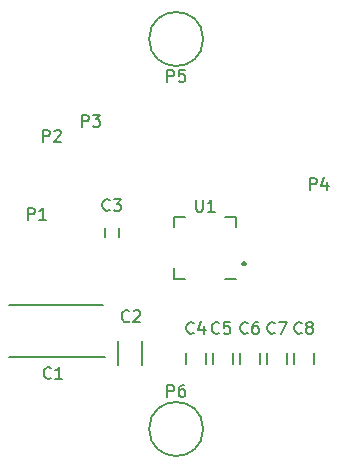
<source format=gto>
G04 #@! TF.FileFunction,Legend,Top*
%FSLAX46Y46*%
G04 Gerber Fmt 4.6, Leading zero omitted, Abs format (unit mm)*
G04 Created by KiCad (PCBNEW 4.0.1-stable) date 6/22/2016 1:27:22 PM*
%MOMM*%
G01*
G04 APERTURE LIST*
%ADD10C,0.100000*%
%ADD11C,0.300000*%
%ADD12C,0.150000*%
G04 APERTURE END LIST*
D10*
D11*
X96520000Y-53875714D02*
X96591428Y-53947143D01*
X96520000Y-54018571D01*
X96448571Y-53947143D01*
X96520000Y-53875714D01*
X96520000Y-54018571D01*
D12*
X90604000Y-55258000D02*
X90604000Y-54333000D01*
X95904000Y-49958000D02*
X95904000Y-50883000D01*
X90604000Y-49958000D02*
X90604000Y-50883000D01*
X95904000Y-55258000D02*
X94979000Y-55258000D01*
X95904000Y-49958000D02*
X94979000Y-49958000D01*
X90604000Y-49958000D02*
X91529000Y-49958000D01*
X90604000Y-55258000D02*
X91529000Y-55258000D01*
X84744000Y-51670000D02*
X84744000Y-50970000D01*
X85944000Y-50970000D02*
X85944000Y-51670000D01*
X84646000Y-57490000D02*
X76646000Y-57490000D01*
X76646000Y-61890000D02*
X84746000Y-61890000D01*
X87893000Y-62492000D02*
X87893000Y-60492000D01*
X85843000Y-60492000D02*
X85843000Y-62492000D01*
X93306000Y-62476000D02*
X93306000Y-61476000D01*
X91606000Y-61476000D02*
X91606000Y-62476000D01*
X95592000Y-62476000D02*
X95592000Y-61476000D01*
X93892000Y-61476000D02*
X93892000Y-62476000D01*
X97878000Y-62476000D02*
X97878000Y-61476000D01*
X96178000Y-61476000D02*
X96178000Y-62476000D01*
X100164000Y-62476000D02*
X100164000Y-61476000D01*
X98464000Y-61476000D02*
X98464000Y-62476000D01*
X102450000Y-62476000D02*
X102450000Y-61476000D01*
X100750000Y-61476000D02*
X100750000Y-62476000D01*
X93091000Y-34925000D02*
G75*
G03X93091000Y-34925000I-2286000J0D01*
G01*
X93091000Y-67945000D02*
G75*
G03X93091000Y-67945000I-2286000J0D01*
G01*
X82827905Y-42362381D02*
X82827905Y-41362381D01*
X83208858Y-41362381D01*
X83304096Y-41410000D01*
X83351715Y-41457619D01*
X83399334Y-41552857D01*
X83399334Y-41695714D01*
X83351715Y-41790952D01*
X83304096Y-41838571D01*
X83208858Y-41886190D01*
X82827905Y-41886190D01*
X83732667Y-41362381D02*
X84351715Y-41362381D01*
X84018381Y-41743333D01*
X84161239Y-41743333D01*
X84256477Y-41790952D01*
X84304096Y-41838571D01*
X84351715Y-41933810D01*
X84351715Y-42171905D01*
X84304096Y-42267143D01*
X84256477Y-42314762D01*
X84161239Y-42362381D01*
X83875524Y-42362381D01*
X83780286Y-42314762D01*
X83732667Y-42267143D01*
X92492095Y-48540381D02*
X92492095Y-49349905D01*
X92539714Y-49445143D01*
X92587333Y-49492762D01*
X92682571Y-49540381D01*
X92873048Y-49540381D01*
X92968286Y-49492762D01*
X93015905Y-49445143D01*
X93063524Y-49349905D01*
X93063524Y-48540381D01*
X94063524Y-49540381D02*
X93492095Y-49540381D01*
X93777809Y-49540381D02*
X93777809Y-48540381D01*
X93682571Y-48683238D01*
X93587333Y-48778476D01*
X93492095Y-48826095D01*
X78255905Y-50236381D02*
X78255905Y-49236381D01*
X78636858Y-49236381D01*
X78732096Y-49284000D01*
X78779715Y-49331619D01*
X78827334Y-49426857D01*
X78827334Y-49569714D01*
X78779715Y-49664952D01*
X78732096Y-49712571D01*
X78636858Y-49760190D01*
X78255905Y-49760190D01*
X79779715Y-50236381D02*
X79208286Y-50236381D01*
X79494000Y-50236381D02*
X79494000Y-49236381D01*
X79398762Y-49379238D01*
X79303524Y-49474476D01*
X79208286Y-49522095D01*
X85177334Y-49391143D02*
X85129715Y-49438762D01*
X84986858Y-49486381D01*
X84891620Y-49486381D01*
X84748762Y-49438762D01*
X84653524Y-49343524D01*
X84605905Y-49248286D01*
X84558286Y-49057810D01*
X84558286Y-48914952D01*
X84605905Y-48724476D01*
X84653524Y-48629238D01*
X84748762Y-48534000D01*
X84891620Y-48486381D01*
X84986858Y-48486381D01*
X85129715Y-48534000D01*
X85177334Y-48581619D01*
X85510667Y-48486381D02*
X86129715Y-48486381D01*
X85796381Y-48867333D01*
X85939239Y-48867333D01*
X86034477Y-48914952D01*
X86082096Y-48962571D01*
X86129715Y-49057810D01*
X86129715Y-49295905D01*
X86082096Y-49391143D01*
X86034477Y-49438762D01*
X85939239Y-49486381D01*
X85653524Y-49486381D01*
X85558286Y-49438762D01*
X85510667Y-49391143D01*
X80207334Y-63603143D02*
X80159715Y-63650762D01*
X80016858Y-63698381D01*
X79921620Y-63698381D01*
X79778762Y-63650762D01*
X79683524Y-63555524D01*
X79635905Y-63460286D01*
X79588286Y-63269810D01*
X79588286Y-63126952D01*
X79635905Y-62936476D01*
X79683524Y-62841238D01*
X79778762Y-62746000D01*
X79921620Y-62698381D01*
X80016858Y-62698381D01*
X80159715Y-62746000D01*
X80207334Y-62793619D01*
X81159715Y-63698381D02*
X80588286Y-63698381D01*
X80874000Y-63698381D02*
X80874000Y-62698381D01*
X80778762Y-62841238D01*
X80683524Y-62936476D01*
X80588286Y-62984095D01*
X86828334Y-58801143D02*
X86780715Y-58848762D01*
X86637858Y-58896381D01*
X86542620Y-58896381D01*
X86399762Y-58848762D01*
X86304524Y-58753524D01*
X86256905Y-58658286D01*
X86209286Y-58467810D01*
X86209286Y-58324952D01*
X86256905Y-58134476D01*
X86304524Y-58039238D01*
X86399762Y-57944000D01*
X86542620Y-57896381D01*
X86637858Y-57896381D01*
X86780715Y-57944000D01*
X86828334Y-57991619D01*
X87209286Y-57991619D02*
X87256905Y-57944000D01*
X87352143Y-57896381D01*
X87590239Y-57896381D01*
X87685477Y-57944000D01*
X87733096Y-57991619D01*
X87780715Y-58086857D01*
X87780715Y-58182095D01*
X87733096Y-58324952D01*
X87161667Y-58896381D01*
X87780715Y-58896381D01*
X102131905Y-47696381D02*
X102131905Y-46696381D01*
X102512858Y-46696381D01*
X102608096Y-46744000D01*
X102655715Y-46791619D01*
X102703334Y-46886857D01*
X102703334Y-47029714D01*
X102655715Y-47124952D01*
X102608096Y-47172571D01*
X102512858Y-47220190D01*
X102131905Y-47220190D01*
X103560477Y-47029714D02*
X103560477Y-47696381D01*
X103322381Y-46648762D02*
X103084286Y-47363048D01*
X103703334Y-47363048D01*
X92289334Y-59793143D02*
X92241715Y-59840762D01*
X92098858Y-59888381D01*
X92003620Y-59888381D01*
X91860762Y-59840762D01*
X91765524Y-59745524D01*
X91717905Y-59650286D01*
X91670286Y-59459810D01*
X91670286Y-59316952D01*
X91717905Y-59126476D01*
X91765524Y-59031238D01*
X91860762Y-58936000D01*
X92003620Y-58888381D01*
X92098858Y-58888381D01*
X92241715Y-58936000D01*
X92289334Y-58983619D01*
X93146477Y-59221714D02*
X93146477Y-59888381D01*
X92908381Y-58840762D02*
X92670286Y-59555048D01*
X93289334Y-59555048D01*
X94448334Y-59793143D02*
X94400715Y-59840762D01*
X94257858Y-59888381D01*
X94162620Y-59888381D01*
X94019762Y-59840762D01*
X93924524Y-59745524D01*
X93876905Y-59650286D01*
X93829286Y-59459810D01*
X93829286Y-59316952D01*
X93876905Y-59126476D01*
X93924524Y-59031238D01*
X94019762Y-58936000D01*
X94162620Y-58888381D01*
X94257858Y-58888381D01*
X94400715Y-58936000D01*
X94448334Y-58983619D01*
X95353096Y-58888381D02*
X94876905Y-58888381D01*
X94829286Y-59364571D01*
X94876905Y-59316952D01*
X94972143Y-59269333D01*
X95210239Y-59269333D01*
X95305477Y-59316952D01*
X95353096Y-59364571D01*
X95400715Y-59459810D01*
X95400715Y-59697905D01*
X95353096Y-59793143D01*
X95305477Y-59840762D01*
X95210239Y-59888381D01*
X94972143Y-59888381D01*
X94876905Y-59840762D01*
X94829286Y-59793143D01*
X96861334Y-59793143D02*
X96813715Y-59840762D01*
X96670858Y-59888381D01*
X96575620Y-59888381D01*
X96432762Y-59840762D01*
X96337524Y-59745524D01*
X96289905Y-59650286D01*
X96242286Y-59459810D01*
X96242286Y-59316952D01*
X96289905Y-59126476D01*
X96337524Y-59031238D01*
X96432762Y-58936000D01*
X96575620Y-58888381D01*
X96670858Y-58888381D01*
X96813715Y-58936000D01*
X96861334Y-58983619D01*
X97718477Y-58888381D02*
X97528000Y-58888381D01*
X97432762Y-58936000D01*
X97385143Y-58983619D01*
X97289905Y-59126476D01*
X97242286Y-59316952D01*
X97242286Y-59697905D01*
X97289905Y-59793143D01*
X97337524Y-59840762D01*
X97432762Y-59888381D01*
X97623239Y-59888381D01*
X97718477Y-59840762D01*
X97766096Y-59793143D01*
X97813715Y-59697905D01*
X97813715Y-59459810D01*
X97766096Y-59364571D01*
X97718477Y-59316952D01*
X97623239Y-59269333D01*
X97432762Y-59269333D01*
X97337524Y-59316952D01*
X97289905Y-59364571D01*
X97242286Y-59459810D01*
X99147334Y-59793143D02*
X99099715Y-59840762D01*
X98956858Y-59888381D01*
X98861620Y-59888381D01*
X98718762Y-59840762D01*
X98623524Y-59745524D01*
X98575905Y-59650286D01*
X98528286Y-59459810D01*
X98528286Y-59316952D01*
X98575905Y-59126476D01*
X98623524Y-59031238D01*
X98718762Y-58936000D01*
X98861620Y-58888381D01*
X98956858Y-58888381D01*
X99099715Y-58936000D01*
X99147334Y-58983619D01*
X99480667Y-58888381D02*
X100147334Y-58888381D01*
X99718762Y-59888381D01*
X101433334Y-59793143D02*
X101385715Y-59840762D01*
X101242858Y-59888381D01*
X101147620Y-59888381D01*
X101004762Y-59840762D01*
X100909524Y-59745524D01*
X100861905Y-59650286D01*
X100814286Y-59459810D01*
X100814286Y-59316952D01*
X100861905Y-59126476D01*
X100909524Y-59031238D01*
X101004762Y-58936000D01*
X101147620Y-58888381D01*
X101242858Y-58888381D01*
X101385715Y-58936000D01*
X101433334Y-58983619D01*
X102004762Y-59316952D02*
X101909524Y-59269333D01*
X101861905Y-59221714D01*
X101814286Y-59126476D01*
X101814286Y-59078857D01*
X101861905Y-58983619D01*
X101909524Y-58936000D01*
X102004762Y-58888381D01*
X102195239Y-58888381D01*
X102290477Y-58936000D01*
X102338096Y-58983619D01*
X102385715Y-59078857D01*
X102385715Y-59126476D01*
X102338096Y-59221714D01*
X102290477Y-59269333D01*
X102195239Y-59316952D01*
X102004762Y-59316952D01*
X101909524Y-59364571D01*
X101861905Y-59412190D01*
X101814286Y-59507429D01*
X101814286Y-59697905D01*
X101861905Y-59793143D01*
X101909524Y-59840762D01*
X102004762Y-59888381D01*
X102195239Y-59888381D01*
X102290477Y-59840762D01*
X102338096Y-59793143D01*
X102385715Y-59697905D01*
X102385715Y-59507429D01*
X102338096Y-59412190D01*
X102290477Y-59364571D01*
X102195239Y-59316952D01*
X79525905Y-43632381D02*
X79525905Y-42632381D01*
X79906858Y-42632381D01*
X80002096Y-42680000D01*
X80049715Y-42727619D01*
X80097334Y-42822857D01*
X80097334Y-42965714D01*
X80049715Y-43060952D01*
X80002096Y-43108571D01*
X79906858Y-43156190D01*
X79525905Y-43156190D01*
X80478286Y-42727619D02*
X80525905Y-42680000D01*
X80621143Y-42632381D01*
X80859239Y-42632381D01*
X80954477Y-42680000D01*
X81002096Y-42727619D01*
X81049715Y-42822857D01*
X81049715Y-42918095D01*
X81002096Y-43060952D01*
X80430667Y-43632381D01*
X81049715Y-43632381D01*
X90066905Y-38552381D02*
X90066905Y-37552381D01*
X90447858Y-37552381D01*
X90543096Y-37600000D01*
X90590715Y-37647619D01*
X90638334Y-37742857D01*
X90638334Y-37885714D01*
X90590715Y-37980952D01*
X90543096Y-38028571D01*
X90447858Y-38076190D01*
X90066905Y-38076190D01*
X91543096Y-37552381D02*
X91066905Y-37552381D01*
X91019286Y-38028571D01*
X91066905Y-37980952D01*
X91162143Y-37933333D01*
X91400239Y-37933333D01*
X91495477Y-37980952D01*
X91543096Y-38028571D01*
X91590715Y-38123810D01*
X91590715Y-38361905D01*
X91543096Y-38457143D01*
X91495477Y-38504762D01*
X91400239Y-38552381D01*
X91162143Y-38552381D01*
X91066905Y-38504762D01*
X91019286Y-38457143D01*
X90066905Y-65222381D02*
X90066905Y-64222381D01*
X90447858Y-64222381D01*
X90543096Y-64270000D01*
X90590715Y-64317619D01*
X90638334Y-64412857D01*
X90638334Y-64555714D01*
X90590715Y-64650952D01*
X90543096Y-64698571D01*
X90447858Y-64746190D01*
X90066905Y-64746190D01*
X91495477Y-64222381D02*
X91305000Y-64222381D01*
X91209762Y-64270000D01*
X91162143Y-64317619D01*
X91066905Y-64460476D01*
X91019286Y-64650952D01*
X91019286Y-65031905D01*
X91066905Y-65127143D01*
X91114524Y-65174762D01*
X91209762Y-65222381D01*
X91400239Y-65222381D01*
X91495477Y-65174762D01*
X91543096Y-65127143D01*
X91590715Y-65031905D01*
X91590715Y-64793810D01*
X91543096Y-64698571D01*
X91495477Y-64650952D01*
X91400239Y-64603333D01*
X91209762Y-64603333D01*
X91114524Y-64650952D01*
X91066905Y-64698571D01*
X91019286Y-64793810D01*
M02*

</source>
